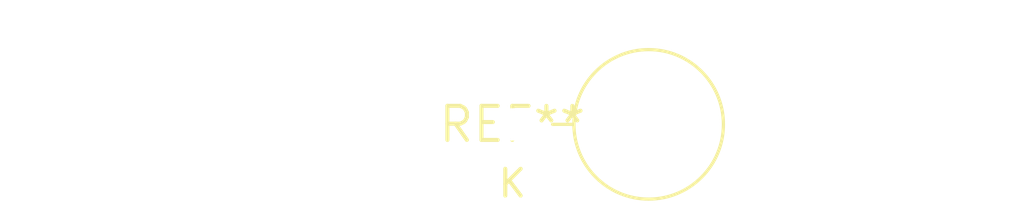
<source format=kicad_pcb>
(kicad_pcb (version 20240108) (generator pcbnew)
  (layers (0 "F.Cu" signal) (31 "B.Cu" signal) (34 "B.Paste" user) (35 "F.Paste" user) (36 "B.SilkS" user "B.Silkscreen") (37 "F.SilkS" user "F.Silkscreen") (38 "B.Mask" user) (39 "F.Mask" user) (44 "Edge.Cuts" user))
  (net 0 "")
  (footprint "D_DO-27_P5.08mm_Vertical_KathodeUp" (layer "F.Cu") (at 0 0)
    (property "Reference" "REF**")
    (property "Value" "D_DO-27_P5.08mm_Vertical_KathodeUp")
    (fp_line (start 2.295 0) (end 1.5 0) (layer "F.SilkS") (stroke (width 0.12)))
    (fp_circle (center 5.08 0) (end 7.865 0) (layer "F.SilkS") (stroke (width 0.12)) (fill none))
    (fp_text user "K" (at 0 2.2 0) (layer "F.SilkS"))
    (pad "1" thru_hole rect (at 0 0) (size 2.4 2.4) (drill 1.2) (layers *.Cu *.Mask) (remove_unused_layers))
    (pad "2" thru_hole oval (at 5.08 0) (size 2.4 2.4) (drill 1.2) (layers *.Cu *.Mask) (remove_unused_layers))
  )
)
</source>
